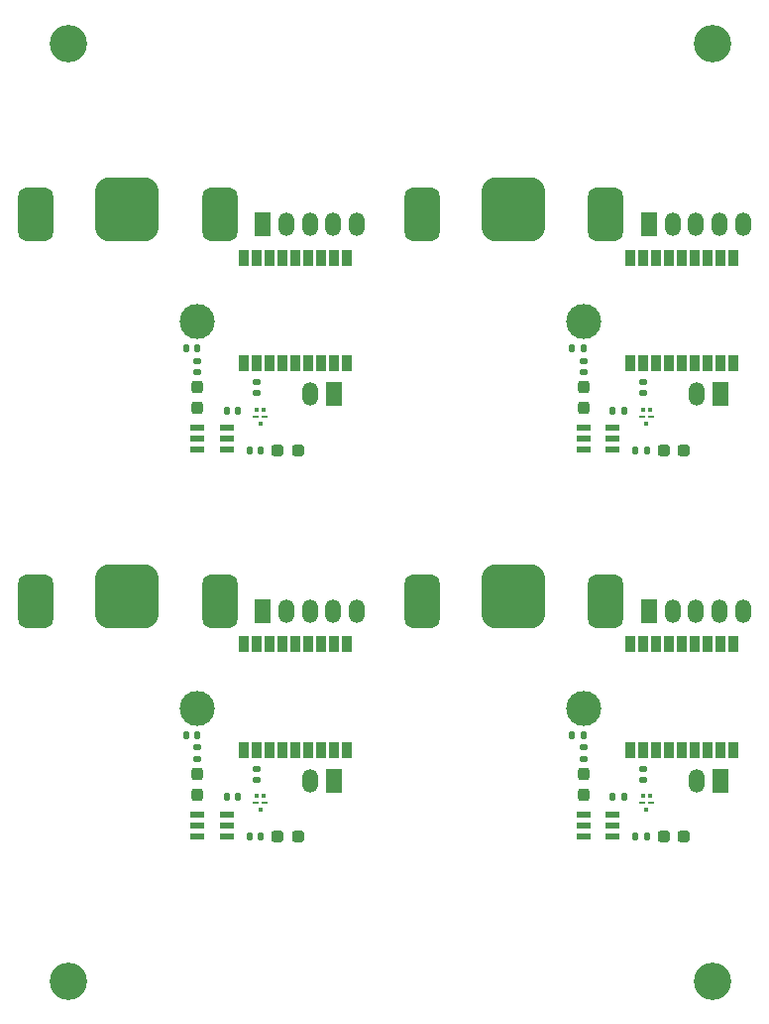
<source format=gbr>
%TF.GenerationSoftware,KiCad,Pcbnew,(6.0.4)*%
%TF.CreationDate,2022-09-16T03:15:39+09:00*%
%TF.ProjectId,gnssboard_p,676e7373-626f-4617-9264-5f702e6b6963,rev?*%
%TF.SameCoordinates,Original*%
%TF.FileFunction,Soldermask,Top*%
%TF.FilePolarity,Negative*%
%FSLAX46Y46*%
G04 Gerber Fmt 4.6, Leading zero omitted, Abs format (unit mm)*
G04 Created by KiCad (PCBNEW (6.0.4)) date 2022-09-16 03:15:39*
%MOMM*%
%LPD*%
G01*
G04 APERTURE LIST*
G04 Aperture macros list*
%AMRoundRect*
0 Rectangle with rounded corners*
0 $1 Rounding radius*
0 $2 $3 $4 $5 $6 $7 $8 $9 X,Y pos of 4 corners*
0 Add a 4 corners polygon primitive as box body*
4,1,4,$2,$3,$4,$5,$6,$7,$8,$9,$2,$3,0*
0 Add four circle primitives for the rounded corners*
1,1,$1+$1,$2,$3*
1,1,$1+$1,$4,$5*
1,1,$1+$1,$6,$7*
1,1,$1+$1,$8,$9*
0 Add four rect primitives between the rounded corners*
20,1,$1+$1,$2,$3,$4,$5,0*
20,1,$1+$1,$4,$5,$6,$7,0*
20,1,$1+$1,$6,$7,$8,$9,0*
20,1,$1+$1,$8,$9,$2,$3,0*%
G04 Aperture macros list end*
%ADD10C,3.200000*%
%ADD11C,3.000000*%
%ADD12RoundRect,0.140000X0.170000X-0.140000X0.170000X0.140000X-0.170000X0.140000X-0.170000X-0.140000X0*%
%ADD13O,1.350000X2.000000*%
%ADD14R,1.350000X2.000000*%
%ADD15R,1.250000X0.600000*%
%ADD16RoundRect,0.237500X-0.237500X0.287500X-0.237500X-0.287500X0.237500X-0.287500X0.237500X0.287500X0*%
%ADD17RoundRect,0.140000X0.140000X0.170000X-0.140000X0.170000X-0.140000X-0.170000X0.140000X-0.170000X0*%
%ADD18RoundRect,0.237500X-0.287500X-0.237500X0.287500X-0.237500X0.287500X0.237500X-0.287500X0.237500X0*%
%ADD19RoundRect,0.140000X-0.170000X0.140000X-0.170000X-0.140000X0.170000X-0.140000X0.170000X0.140000X0*%
%ADD20RoundRect,0.140000X-0.140000X-0.170000X0.140000X-0.170000X0.140000X0.170000X-0.140000X0.170000X0*%
%ADD21R,0.525000X0.250000*%
%ADD22R,0.325000X0.425000*%
%ADD23R,0.850000X1.450000*%
%ADD24RoundRect,0.750000X-0.750000X-1.550000X0.750000X-1.550000X0.750000X1.550000X-0.750000X1.550000X0*%
%ADD25RoundRect,1.375000X-1.375000X-1.375000X1.375000X-1.375000X1.375000X1.375000X-1.375000X1.375000X0*%
G04 APERTURE END LIST*
D10*
%TO.C,*%
X115000000Y-35000000D03*
%TD*%
%TO.C,*%
X115000000Y-115000000D03*
%TD*%
%TO.C,*%
X170000000Y-115000000D03*
%TD*%
%TO.C,*%
X170000000Y-35000000D03*
%TD*%
D11*
%TO.C,IC14*%
X159020000Y-91750000D03*
%TD*%
D12*
%TO.C,C41*%
X164089000Y-96896200D03*
X164089000Y-97856200D03*
%TD*%
D13*
%TO.C,J14*%
X168667600Y-97957800D03*
D14*
X170667600Y-97957800D03*
%TD*%
D15*
%TO.C,IC15*%
X161503600Y-100792400D03*
X161503600Y-101742400D03*
X161503600Y-102692400D03*
X159003600Y-102692400D03*
X159003600Y-101742400D03*
X159003600Y-100792400D03*
%TD*%
D16*
%TO.C,L7*%
X159009000Y-99112200D03*
X159009000Y-97362200D03*
%TD*%
D17*
%TO.C,C39*%
X158043800Y-94046200D03*
X159003800Y-94046200D03*
%TD*%
D18*
%TO.C,L8*%
X167605600Y-102707600D03*
X165855600Y-102707600D03*
%TD*%
D13*
%TO.C,J15*%
X172620000Y-83450000D03*
X170620000Y-83450000D03*
X168620000Y-83450000D03*
X166620000Y-83450000D03*
D14*
X164620000Y-83450000D03*
%TD*%
D19*
%TO.C,C40*%
X159009000Y-96050200D03*
X159009000Y-95090200D03*
%TD*%
D20*
%TO.C,C42*%
X164416600Y-102707600D03*
X163456600Y-102707600D03*
%TD*%
%TO.C,C43*%
X162460800Y-99329400D03*
X161500800Y-99329400D03*
%TD*%
D21*
%TO.C,FL4*%
X164000800Y-99837400D03*
D22*
X164100800Y-99249400D03*
X164674800Y-99249400D03*
D21*
X164774800Y-99837400D03*
D22*
X164387800Y-100425400D03*
%TD*%
D23*
%TO.C,IC13*%
X171791000Y-95295000D03*
X170691000Y-95295000D03*
X169591000Y-95295000D03*
X168491000Y-95295000D03*
X167391000Y-95295000D03*
X166291000Y-95295000D03*
X165191000Y-95295000D03*
X164091000Y-95295000D03*
X162991000Y-95295000D03*
X162991000Y-86295000D03*
X164091000Y-86295000D03*
X165191000Y-86295000D03*
X166291000Y-86295000D03*
X167391000Y-86295000D03*
X168491000Y-86295000D03*
X169591000Y-86295000D03*
X170691000Y-86295000D03*
X171791000Y-86295000D03*
%TD*%
D24*
%TO.C,U5*%
X145215400Y-82601138D03*
X160915400Y-82601138D03*
D25*
X152965400Y-82201138D03*
%TD*%
D11*
%TO.C,IC11*%
X126020000Y-91750000D03*
%TD*%
D12*
%TO.C,C36*%
X131089000Y-96896200D03*
X131089000Y-97856200D03*
%TD*%
D13*
%TO.C,J12*%
X135667600Y-97957800D03*
D14*
X137667600Y-97957800D03*
%TD*%
D15*
%TO.C,IC12*%
X128503600Y-100792400D03*
X128503600Y-101742400D03*
X128503600Y-102692400D03*
X126003600Y-102692400D03*
X126003600Y-101742400D03*
X126003600Y-100792400D03*
%TD*%
D16*
%TO.C,L5*%
X126009000Y-99112200D03*
X126009000Y-97362200D03*
%TD*%
D17*
%TO.C,C34*%
X125043800Y-94046200D03*
X126003800Y-94046200D03*
%TD*%
D18*
%TO.C,L6*%
X134605600Y-102707600D03*
X132855600Y-102707600D03*
%TD*%
D13*
%TO.C,J13*%
X139620000Y-83450000D03*
X137620000Y-83450000D03*
X135620000Y-83450000D03*
X133620000Y-83450000D03*
D14*
X131620000Y-83450000D03*
%TD*%
D19*
%TO.C,C35*%
X126009000Y-96050200D03*
X126009000Y-95090200D03*
%TD*%
D20*
%TO.C,C37*%
X131416600Y-102707600D03*
X130456600Y-102707600D03*
%TD*%
%TO.C,C38*%
X129460800Y-99329400D03*
X128500800Y-99329400D03*
%TD*%
D21*
%TO.C,FL3*%
X131000800Y-99837400D03*
D22*
X131100800Y-99249400D03*
X131674800Y-99249400D03*
D21*
X131774800Y-99837400D03*
D22*
X131387800Y-100425400D03*
%TD*%
D23*
%TO.C,IC10*%
X138791000Y-95295000D03*
X137691000Y-95295000D03*
X136591000Y-95295000D03*
X135491000Y-95295000D03*
X134391000Y-95295000D03*
X133291000Y-95295000D03*
X132191000Y-95295000D03*
X131091000Y-95295000D03*
X129991000Y-95295000D03*
X129991000Y-86295000D03*
X131091000Y-86295000D03*
X132191000Y-86295000D03*
X133291000Y-86295000D03*
X134391000Y-86295000D03*
X135491000Y-86295000D03*
X136591000Y-86295000D03*
X137691000Y-86295000D03*
X138791000Y-86295000D03*
%TD*%
D24*
%TO.C,U4*%
X112215400Y-82601138D03*
X127915400Y-82601138D03*
D25*
X119965400Y-82201138D03*
%TD*%
D11*
%TO.C,IC8*%
X159020000Y-58750000D03*
%TD*%
D12*
%TO.C,C31*%
X164089000Y-63896200D03*
X164089000Y-64856200D03*
%TD*%
D13*
%TO.C,J10*%
X168667600Y-64957800D03*
D14*
X170667600Y-64957800D03*
%TD*%
D15*
%TO.C,IC9*%
X161503600Y-67792400D03*
X161503600Y-68742400D03*
X161503600Y-69692400D03*
X159003600Y-69692400D03*
X159003600Y-68742400D03*
X159003600Y-67792400D03*
%TD*%
D16*
%TO.C,L3*%
X159009000Y-66112200D03*
X159009000Y-64362200D03*
%TD*%
D17*
%TO.C,C26*%
X158043800Y-61046200D03*
X159003800Y-61046200D03*
%TD*%
D18*
%TO.C,L4*%
X167605600Y-69707600D03*
X165855600Y-69707600D03*
%TD*%
D13*
%TO.C,J11*%
X172620000Y-50450000D03*
X170620000Y-50450000D03*
X168620000Y-50450000D03*
X166620000Y-50450000D03*
D14*
X164620000Y-50450000D03*
%TD*%
D19*
%TO.C,C30*%
X159009000Y-63050200D03*
X159009000Y-62090200D03*
%TD*%
D20*
%TO.C,C32*%
X164416600Y-69707600D03*
X163456600Y-69707600D03*
%TD*%
%TO.C,C33*%
X162460800Y-66329400D03*
X161500800Y-66329400D03*
%TD*%
D21*
%TO.C,FL2*%
X164000800Y-66837400D03*
D22*
X164100800Y-66249400D03*
X164674800Y-66249400D03*
D21*
X164774800Y-66837400D03*
D22*
X164387800Y-67425400D03*
%TD*%
D23*
%TO.C,IC7*%
X171791000Y-62295000D03*
X170691000Y-62295000D03*
X169591000Y-62295000D03*
X168491000Y-62295000D03*
X167391000Y-62295000D03*
X166291000Y-62295000D03*
X165191000Y-62295000D03*
X164091000Y-62295000D03*
X162991000Y-62295000D03*
X162991000Y-53295000D03*
X164091000Y-53295000D03*
X165191000Y-53295000D03*
X166291000Y-53295000D03*
X167391000Y-53295000D03*
X168491000Y-53295000D03*
X169591000Y-53295000D03*
X170691000Y-53295000D03*
X171791000Y-53295000D03*
%TD*%
D24*
%TO.C,U3*%
X145215400Y-49601138D03*
X160915400Y-49601138D03*
D25*
X152965400Y-49201138D03*
%TD*%
D17*
%TO.C,C24*%
X125043800Y-61046200D03*
X126003800Y-61046200D03*
%TD*%
D16*
%TO.C,L1*%
X126009000Y-66112200D03*
X126009000Y-64362200D03*
%TD*%
D12*
%TO.C,C27*%
X131089000Y-63896200D03*
X131089000Y-64856200D03*
%TD*%
D15*
%TO.C,IC6*%
X128503600Y-67792400D03*
X128503600Y-68742400D03*
X128503600Y-69692400D03*
X126003600Y-69692400D03*
X126003600Y-68742400D03*
X126003600Y-67792400D03*
%TD*%
D13*
%TO.C,J8*%
X135667600Y-64957800D03*
D14*
X137667600Y-64957800D03*
%TD*%
D20*
%TO.C,C29*%
X129460800Y-66329400D03*
X128500800Y-66329400D03*
%TD*%
D18*
%TO.C,L2*%
X134605600Y-69707600D03*
X132855600Y-69707600D03*
%TD*%
D13*
%TO.C,J9*%
X139620000Y-50450000D03*
X137620000Y-50450000D03*
X135620000Y-50450000D03*
X133620000Y-50450000D03*
D14*
X131620000Y-50450000D03*
%TD*%
D20*
%TO.C,C28*%
X131416600Y-69707600D03*
X130456600Y-69707600D03*
%TD*%
D19*
%TO.C,C25*%
X126009000Y-63050200D03*
X126009000Y-62090200D03*
%TD*%
D21*
%TO.C,FL1*%
X131000800Y-66837400D03*
D22*
X131100800Y-66249400D03*
X131674800Y-66249400D03*
D21*
X131774800Y-66837400D03*
D22*
X131387800Y-67425400D03*
%TD*%
D24*
%TO.C,U2*%
X112215400Y-49601138D03*
X127915400Y-49601138D03*
D25*
X119965400Y-49201138D03*
%TD*%
D23*
%TO.C,IC4*%
X138791000Y-62295000D03*
X137691000Y-62295000D03*
X136591000Y-62295000D03*
X135491000Y-62295000D03*
X134391000Y-62295000D03*
X133291000Y-62295000D03*
X132191000Y-62295000D03*
X131091000Y-62295000D03*
X129991000Y-62295000D03*
X129991000Y-53295000D03*
X131091000Y-53295000D03*
X132191000Y-53295000D03*
X133291000Y-53295000D03*
X134391000Y-53295000D03*
X135491000Y-53295000D03*
X136591000Y-53295000D03*
X137691000Y-53295000D03*
X138791000Y-53295000D03*
%TD*%
D11*
%TO.C,IC5*%
X126020000Y-58750000D03*
%TD*%
M02*

</source>
